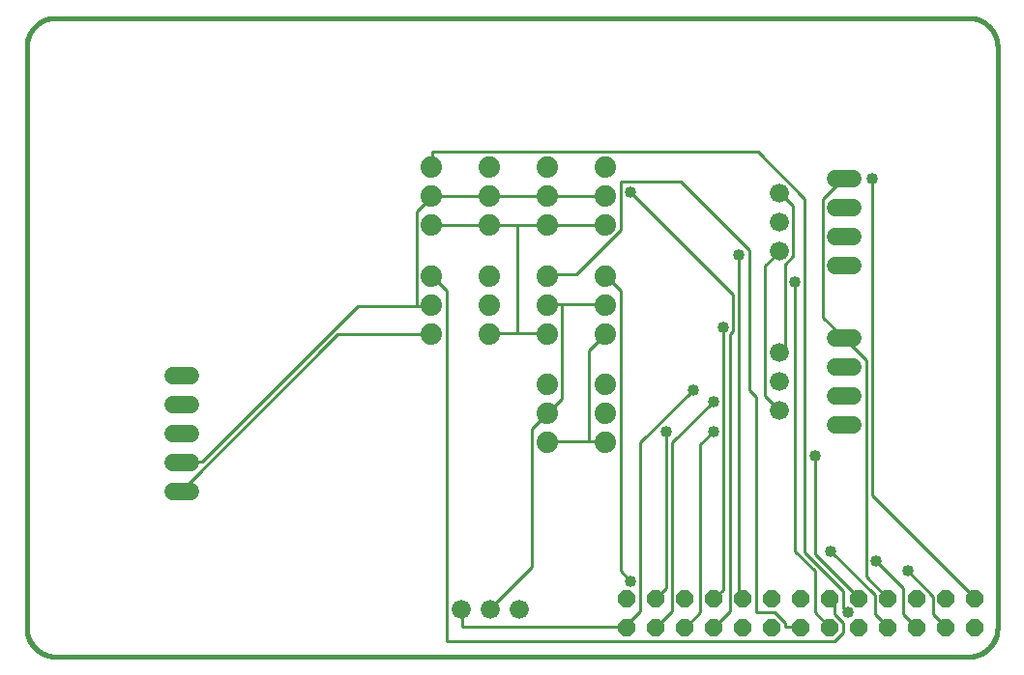
<source format=gtl>
G75*
%MOIN*%
%OFA0B0*%
%FSLAX25Y25*%
%IPPOS*%
%LPD*%
%AMOC8*
5,1,8,0,0,1.08239X$1,22.5*
%
%ADD10C,0.01600*%
%ADD11C,0.07400*%
%ADD12C,0.06600*%
%ADD13C,0.06000*%
%ADD14OC8,0.06000*%
%ADD15C,0.01000*%
%ADD16C,0.04000*%
D10*
X0016500Y0004000D02*
X0331146Y0004000D01*
X0331388Y0004003D01*
X0331629Y0004012D01*
X0331870Y0004026D01*
X0332111Y0004047D01*
X0332351Y0004073D01*
X0332591Y0004105D01*
X0332830Y0004143D01*
X0333067Y0004186D01*
X0333304Y0004236D01*
X0333539Y0004291D01*
X0333773Y0004351D01*
X0334005Y0004418D01*
X0334236Y0004489D01*
X0334465Y0004567D01*
X0334692Y0004650D01*
X0334917Y0004738D01*
X0335140Y0004832D01*
X0335360Y0004931D01*
X0335578Y0005036D01*
X0335793Y0005145D01*
X0336006Y0005260D01*
X0336216Y0005380D01*
X0336422Y0005505D01*
X0336626Y0005635D01*
X0336827Y0005770D01*
X0337024Y0005910D01*
X0337218Y0006054D01*
X0337408Y0006203D01*
X0337594Y0006357D01*
X0337777Y0006515D01*
X0337956Y0006677D01*
X0338131Y0006844D01*
X0338302Y0007015D01*
X0338469Y0007190D01*
X0338631Y0007369D01*
X0338789Y0007552D01*
X0338943Y0007738D01*
X0339092Y0007928D01*
X0339236Y0008122D01*
X0339376Y0008319D01*
X0339511Y0008520D01*
X0339641Y0008724D01*
X0339766Y0008930D01*
X0339886Y0009140D01*
X0340001Y0009353D01*
X0340110Y0009568D01*
X0340215Y0009786D01*
X0340314Y0010006D01*
X0340408Y0010229D01*
X0340496Y0010454D01*
X0340579Y0010681D01*
X0340657Y0010910D01*
X0340728Y0011141D01*
X0340795Y0011373D01*
X0340855Y0011607D01*
X0340910Y0011842D01*
X0340960Y0012079D01*
X0341003Y0012316D01*
X0341041Y0012555D01*
X0341073Y0012795D01*
X0341099Y0013035D01*
X0341120Y0013276D01*
X0341134Y0013517D01*
X0341143Y0013758D01*
X0341146Y0014000D01*
X0341146Y0214472D01*
X0341143Y0214714D01*
X0341134Y0214955D01*
X0341120Y0215196D01*
X0341099Y0215437D01*
X0341073Y0215677D01*
X0341041Y0215917D01*
X0341003Y0216156D01*
X0340960Y0216393D01*
X0340910Y0216630D01*
X0340855Y0216865D01*
X0340795Y0217099D01*
X0340728Y0217331D01*
X0340657Y0217562D01*
X0340579Y0217791D01*
X0340496Y0218018D01*
X0340408Y0218243D01*
X0340314Y0218466D01*
X0340215Y0218686D01*
X0340110Y0218904D01*
X0340001Y0219119D01*
X0339886Y0219332D01*
X0339766Y0219542D01*
X0339641Y0219748D01*
X0339511Y0219952D01*
X0339376Y0220153D01*
X0339236Y0220350D01*
X0339092Y0220544D01*
X0338943Y0220734D01*
X0338789Y0220920D01*
X0338631Y0221103D01*
X0338469Y0221282D01*
X0338302Y0221457D01*
X0338131Y0221628D01*
X0337956Y0221795D01*
X0337777Y0221957D01*
X0337594Y0222115D01*
X0337408Y0222269D01*
X0337218Y0222418D01*
X0337024Y0222562D01*
X0336827Y0222702D01*
X0336626Y0222837D01*
X0336422Y0222967D01*
X0336216Y0223092D01*
X0336006Y0223212D01*
X0335793Y0223327D01*
X0335578Y0223436D01*
X0335360Y0223541D01*
X0335140Y0223640D01*
X0334917Y0223734D01*
X0334692Y0223822D01*
X0334465Y0223905D01*
X0334236Y0223983D01*
X0334005Y0224054D01*
X0333773Y0224121D01*
X0333539Y0224181D01*
X0333304Y0224236D01*
X0333067Y0224286D01*
X0332830Y0224329D01*
X0332591Y0224367D01*
X0332351Y0224399D01*
X0332111Y0224425D01*
X0331870Y0224446D01*
X0331629Y0224460D01*
X0331388Y0224469D01*
X0331146Y0224472D01*
X0016500Y0224472D01*
X0016258Y0224469D01*
X0016017Y0224460D01*
X0015776Y0224446D01*
X0015535Y0224425D01*
X0015295Y0224399D01*
X0015055Y0224367D01*
X0014816Y0224329D01*
X0014579Y0224286D01*
X0014342Y0224236D01*
X0014107Y0224181D01*
X0013873Y0224121D01*
X0013641Y0224054D01*
X0013410Y0223983D01*
X0013181Y0223905D01*
X0012954Y0223822D01*
X0012729Y0223734D01*
X0012506Y0223640D01*
X0012286Y0223541D01*
X0012068Y0223436D01*
X0011853Y0223327D01*
X0011640Y0223212D01*
X0011430Y0223092D01*
X0011224Y0222967D01*
X0011020Y0222837D01*
X0010819Y0222702D01*
X0010622Y0222562D01*
X0010428Y0222418D01*
X0010238Y0222269D01*
X0010052Y0222115D01*
X0009869Y0221957D01*
X0009690Y0221795D01*
X0009515Y0221628D01*
X0009344Y0221457D01*
X0009177Y0221282D01*
X0009015Y0221103D01*
X0008857Y0220920D01*
X0008703Y0220734D01*
X0008554Y0220544D01*
X0008410Y0220350D01*
X0008270Y0220153D01*
X0008135Y0219952D01*
X0008005Y0219748D01*
X0007880Y0219542D01*
X0007760Y0219332D01*
X0007645Y0219119D01*
X0007536Y0218904D01*
X0007431Y0218686D01*
X0007332Y0218466D01*
X0007238Y0218243D01*
X0007150Y0218018D01*
X0007067Y0217791D01*
X0006989Y0217562D01*
X0006918Y0217331D01*
X0006851Y0217099D01*
X0006791Y0216865D01*
X0006736Y0216630D01*
X0006686Y0216393D01*
X0006643Y0216156D01*
X0006605Y0215917D01*
X0006573Y0215677D01*
X0006547Y0215437D01*
X0006526Y0215196D01*
X0006512Y0214955D01*
X0006503Y0214714D01*
X0006500Y0214472D01*
X0006500Y0014000D01*
X0006503Y0013758D01*
X0006512Y0013517D01*
X0006526Y0013276D01*
X0006547Y0013035D01*
X0006573Y0012795D01*
X0006605Y0012555D01*
X0006643Y0012316D01*
X0006686Y0012079D01*
X0006736Y0011842D01*
X0006791Y0011607D01*
X0006851Y0011373D01*
X0006918Y0011141D01*
X0006989Y0010910D01*
X0007067Y0010681D01*
X0007150Y0010454D01*
X0007238Y0010229D01*
X0007332Y0010006D01*
X0007431Y0009786D01*
X0007536Y0009568D01*
X0007645Y0009353D01*
X0007760Y0009140D01*
X0007880Y0008930D01*
X0008005Y0008724D01*
X0008135Y0008520D01*
X0008270Y0008319D01*
X0008410Y0008122D01*
X0008554Y0007928D01*
X0008703Y0007738D01*
X0008857Y0007552D01*
X0009015Y0007369D01*
X0009177Y0007190D01*
X0009344Y0007015D01*
X0009515Y0006844D01*
X0009690Y0006677D01*
X0009869Y0006515D01*
X0010052Y0006357D01*
X0010238Y0006203D01*
X0010428Y0006054D01*
X0010622Y0005910D01*
X0010819Y0005770D01*
X0011020Y0005635D01*
X0011224Y0005505D01*
X0011430Y0005380D01*
X0011640Y0005260D01*
X0011853Y0005145D01*
X0012068Y0005036D01*
X0012286Y0004931D01*
X0012506Y0004832D01*
X0012729Y0004738D01*
X0012954Y0004650D01*
X0013181Y0004567D01*
X0013410Y0004489D01*
X0013641Y0004418D01*
X0013873Y0004351D01*
X0014107Y0004291D01*
X0014342Y0004236D01*
X0014579Y0004186D01*
X0014816Y0004143D01*
X0015055Y0004105D01*
X0015295Y0004073D01*
X0015535Y0004047D01*
X0015776Y0004026D01*
X0016017Y0004012D01*
X0016258Y0004003D01*
X0016500Y0004000D01*
D11*
X0145870Y0115437D03*
X0145870Y0125437D03*
X0145870Y0135437D03*
X0165870Y0135437D03*
X0165870Y0125437D03*
X0165870Y0115437D03*
X0185870Y0115437D03*
X0185870Y0125437D03*
X0185870Y0135437D03*
X0205870Y0135437D03*
X0205870Y0125437D03*
X0205870Y0115437D03*
X0205870Y0097937D03*
X0205870Y0087937D03*
X0205870Y0077937D03*
X0185870Y0077937D03*
X0185870Y0087937D03*
X0185870Y0097937D03*
X0185870Y0152937D03*
X0185870Y0162937D03*
X0185870Y0172937D03*
X0165870Y0172937D03*
X0165870Y0162937D03*
X0165870Y0152937D03*
X0145870Y0152937D03*
X0145870Y0162937D03*
X0145870Y0172937D03*
X0205870Y0172937D03*
X0205870Y0162937D03*
X0205870Y0152937D03*
D12*
X0265929Y0154059D03*
X0265929Y0144059D03*
X0265929Y0164059D03*
X0265929Y0109059D03*
X0265929Y0099059D03*
X0265929Y0089059D03*
X0176185Y0020378D03*
X0166185Y0020378D03*
X0156185Y0020378D03*
D13*
X0063122Y0061126D02*
X0057122Y0061126D01*
X0057122Y0071126D02*
X0063122Y0071126D01*
X0063122Y0081126D02*
X0057122Y0081126D01*
X0057122Y0091126D02*
X0063122Y0091126D01*
X0063122Y0101126D02*
X0057122Y0101126D01*
X0285429Y0104059D02*
X0291429Y0104059D01*
X0291429Y0114059D02*
X0285429Y0114059D01*
X0285429Y0094059D02*
X0291429Y0094059D01*
X0291429Y0084059D02*
X0285429Y0084059D01*
X0285429Y0139059D02*
X0291429Y0139059D01*
X0291429Y0149059D02*
X0285429Y0149059D01*
X0285429Y0159059D02*
X0291429Y0159059D01*
X0291429Y0169059D02*
X0285429Y0169059D01*
D14*
X0283429Y0024000D03*
X0293429Y0024000D03*
X0303429Y0024000D03*
X0313429Y0024000D03*
X0323429Y0024000D03*
X0333429Y0024000D03*
X0333429Y0014000D03*
X0323429Y0014000D03*
X0313429Y0014000D03*
X0303429Y0014000D03*
X0293429Y0014000D03*
X0283429Y0014000D03*
X0273429Y0014000D03*
X0263429Y0014000D03*
X0253429Y0014000D03*
X0243429Y0014000D03*
X0233429Y0014000D03*
X0223429Y0014000D03*
X0213429Y0014000D03*
X0213429Y0024000D03*
X0223429Y0024000D03*
X0233429Y0024000D03*
X0243429Y0024000D03*
X0253429Y0024000D03*
X0263429Y0024000D03*
X0273429Y0024000D03*
D15*
X0278154Y0019256D02*
X0278154Y0033528D01*
X0271264Y0040417D01*
X0271264Y0133429D01*
X0267819Y0139335D02*
X0270772Y0142287D01*
X0270772Y0159512D01*
X0266343Y0163941D01*
X0265929Y0164059D01*
X0274709Y0161972D02*
X0258469Y0178213D01*
X0146264Y0178213D01*
X0146264Y0173291D01*
X0145870Y0172937D01*
X0146264Y0162957D02*
X0145870Y0162937D01*
X0145772Y0162465D01*
X0140850Y0157543D01*
X0140850Y0125063D01*
X0120673Y0125063D01*
X0067031Y0071421D01*
X0060142Y0071421D01*
X0060122Y0071126D01*
X0060142Y0061579D02*
X0060122Y0061126D01*
X0060142Y0061579D02*
X0113783Y0115220D01*
X0145772Y0115220D01*
X0145870Y0115437D01*
X0145772Y0125063D02*
X0140850Y0125063D01*
X0145772Y0125063D02*
X0145870Y0125437D01*
X0151185Y0130476D02*
X0146264Y0135398D01*
X0145870Y0135437D01*
X0151185Y0130476D02*
X0151185Y0009413D01*
X0285043Y0009413D01*
X0287996Y0012366D01*
X0287996Y0015811D01*
X0285043Y0018764D01*
X0285043Y0022209D01*
X0283567Y0023685D01*
X0283429Y0024000D01*
X0287996Y0026638D02*
X0274709Y0039925D01*
X0274709Y0161972D01*
X0281106Y0161972D02*
X0287996Y0168862D01*
X0288429Y0169059D01*
X0297839Y0168862D02*
X0297839Y0059610D01*
X0333272Y0024177D01*
X0333429Y0024000D01*
X0323429Y0014335D02*
X0323429Y0014000D01*
X0323429Y0014335D02*
X0319000Y0018764D01*
X0319000Y0024669D01*
X0310142Y0033528D01*
X0308665Y0027622D02*
X0308665Y0018764D01*
X0313429Y0014000D01*
X0303429Y0014000D02*
X0303252Y0014335D01*
X0298823Y0018764D01*
X0298823Y0025161D01*
X0283567Y0040417D01*
X0278154Y0039433D02*
X0278154Y0073390D01*
X0265929Y0089059D02*
X0260929Y0094059D01*
X0260929Y0138843D01*
X0265850Y0143764D01*
X0265929Y0144059D01*
X0267819Y0139335D02*
X0267819Y0110791D01*
X0266343Y0109315D01*
X0265929Y0109059D01*
X0250102Y0116205D02*
X0249118Y0115220D01*
X0249118Y0019748D01*
X0243705Y0014335D01*
X0243429Y0014000D01*
X0238783Y0019256D02*
X0238783Y0077327D01*
X0243213Y0081756D01*
X0243213Y0092091D02*
X0228941Y0077819D01*
X0228941Y0019748D01*
X0223528Y0014335D01*
X0223429Y0014000D01*
X0218114Y0019748D02*
X0213193Y0014827D01*
X0213429Y0014000D01*
X0213193Y0014335D01*
X0156598Y0014335D01*
X0156598Y0020240D01*
X0156185Y0020378D01*
X0166185Y0020378D02*
X0166441Y0020732D01*
X0180713Y0035004D01*
X0180713Y0082740D01*
X0185634Y0087661D01*
X0185870Y0087937D01*
X0186126Y0088154D01*
X0191047Y0093075D01*
X0191047Y0125555D01*
X0205811Y0125555D01*
X0205870Y0125437D01*
X0211224Y0130476D02*
X0206303Y0135398D01*
X0205870Y0135437D01*
X0211224Y0130476D02*
X0211224Y0033528D01*
X0214669Y0030083D01*
X0223528Y0024177D02*
X0223429Y0024000D01*
X0223528Y0024177D02*
X0226972Y0027622D01*
X0226972Y0081756D01*
X0218114Y0077819D02*
X0218114Y0019748D01*
X0233429Y0014000D02*
X0233862Y0014335D01*
X0238783Y0019256D01*
X0243429Y0024000D02*
X0243705Y0024177D01*
X0246657Y0027130D01*
X0246657Y0117681D01*
X0250102Y0116205D02*
X0250102Y0129000D01*
X0214669Y0164433D01*
X0211224Y0167878D02*
X0211224Y0151146D01*
X0195969Y0135890D01*
X0186126Y0135890D01*
X0185870Y0135437D01*
X0186126Y0125555D02*
X0185870Y0125437D01*
X0186126Y0125555D02*
X0191047Y0125555D01*
X0185634Y0115713D02*
X0185870Y0115437D01*
X0185634Y0115713D02*
X0175791Y0115713D01*
X0175791Y0153114D01*
X0185634Y0153114D01*
X0185870Y0152937D01*
X0186126Y0153114D01*
X0205811Y0153114D01*
X0205870Y0152937D01*
X0205870Y0162937D02*
X0205811Y0162957D01*
X0186126Y0162957D01*
X0185870Y0162937D01*
X0185634Y0162957D01*
X0165949Y0162957D01*
X0165870Y0162937D01*
X0165457Y0162957D01*
X0146264Y0162957D01*
X0146264Y0153114D02*
X0145870Y0152937D01*
X0146264Y0153114D02*
X0165457Y0153114D01*
X0165870Y0152937D01*
X0165949Y0153114D01*
X0175791Y0153114D01*
X0211224Y0167878D02*
X0231894Y0167878D01*
X0255516Y0144256D01*
X0255516Y0096028D01*
X0257976Y0093567D01*
X0257976Y0019256D01*
X0264374Y0019256D01*
X0267819Y0015811D01*
X0267819Y0014335D01*
X0273232Y0014335D01*
X0273429Y0014000D01*
X0278154Y0019256D02*
X0283075Y0014335D01*
X0283429Y0014000D01*
X0289472Y0019256D02*
X0287996Y0020732D01*
X0287996Y0026638D01*
X0293409Y0024177D02*
X0293429Y0024000D01*
X0293409Y0024177D02*
X0278154Y0039433D01*
X0295870Y0031559D02*
X0295870Y0106362D01*
X0288488Y0113744D01*
X0288429Y0114059D01*
X0287996Y0114236D01*
X0281106Y0121126D01*
X0281106Y0161972D01*
X0252071Y0142780D02*
X0252071Y0025161D01*
X0253055Y0024177D01*
X0253429Y0024000D01*
X0295870Y0031559D02*
X0303429Y0024000D01*
X0308665Y0027622D02*
X0299315Y0036972D01*
X0236323Y0096028D02*
X0218114Y0077819D01*
X0205870Y0077937D02*
X0205811Y0078311D01*
X0200398Y0078311D01*
X0200398Y0109807D01*
X0205811Y0115220D01*
X0205870Y0115437D01*
X0175791Y0115713D02*
X0165949Y0115713D01*
X0165870Y0115437D01*
X0186126Y0078311D02*
X0185870Y0077937D01*
X0186126Y0078311D02*
X0200398Y0078311D01*
D16*
X0226972Y0081756D03*
X0243213Y0081756D03*
X0243213Y0092091D03*
X0236323Y0096028D03*
X0246657Y0117681D03*
X0271264Y0133429D03*
X0252071Y0142780D03*
X0214669Y0164433D03*
X0297839Y0168862D03*
X0278154Y0073390D03*
X0283567Y0040417D03*
X0299315Y0036972D03*
X0310142Y0033528D03*
X0289472Y0019256D03*
X0214669Y0030083D03*
M02*

</source>
